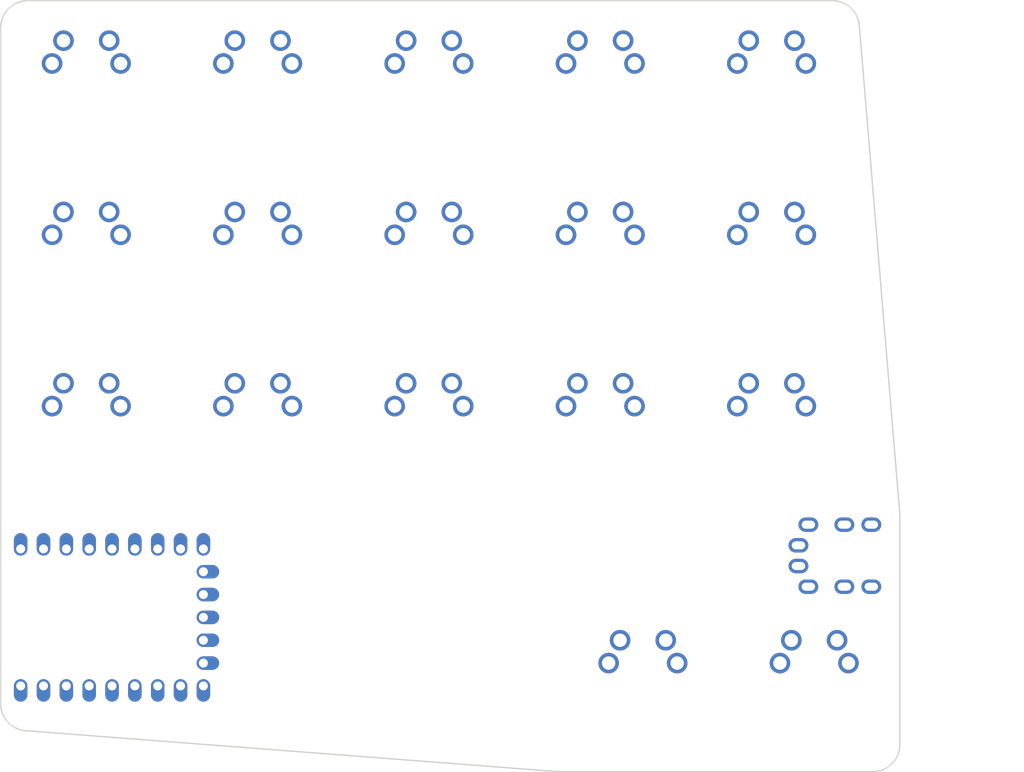
<source format=kicad_pcb>

            
(kicad_pcb (version 20171130) (host pcbnew 5.1.6)

  (page A3)
  (title_block
    (title risha-mx)
    (rev v1.0.0)
    (company Unknown)
  )

  (general
    (thickness 1.6)
  )

  (layers
    (0 F.Cu signal)
    (31 B.Cu signal)
    (32 B.Adhes user)
    (33 F.Adhes user)
    (34 B.Paste user)
    (35 F.Paste user)
    (36 B.SilkS user)
    (37 F.SilkS user)
    (38 B.Mask user)
    (39 F.Mask user)
    (40 Dwgs.User user)
    (41 Cmts.User user)
    (42 Eco1.User user)
    (43 Eco2.User user)
    (44 Edge.Cuts user)
    (45 Margin user)
    (46 B.CrtYd user)
    (47 F.CrtYd user)
    (48 B.Fab user)
    (49 F.Fab user)
  )

  (setup
    (last_trace_width 0.25)
    (trace_clearance 0.2)
    (zone_clearance 0.508)
    (zone_45_only no)
    (trace_min 0.2)
    (via_size 0.8)
    (via_drill 0.4)
    (via_min_size 0.4)
    (via_min_drill 0.3)
    (uvia_size 0.3)
    (uvia_drill 0.1)
    (uvias_allowed no)
    (uvia_min_size 0.2)
    (uvia_min_drill 0.1)
    (edge_width 0.05)
    (segment_width 0.2)
    (pcb_text_width 0.3)
    (pcb_text_size 1.5 1.5)
    (mod_edge_width 0.12)
    (mod_text_size 1 1)
    (mod_text_width 0.15)
    (pad_size 1.524 1.524)
    (pad_drill 0.762)
    (pad_to_mask_clearance 0.05)
    (aux_axis_origin 0 0)
    (visible_elements FFFFFF7F)
    (pcbplotparams
      (layerselection 0x010fc_ffffffff)
      (usegerberextensions false)
      (usegerberattributes true)
      (usegerberadvancedattributes true)
      (creategerberjobfile true)
      (excludeedgelayer true)
      (linewidth 0.100000)
      (plotframeref false)
      (viasonmask false)
      (mode 1)
      (useauxorigin false)
      (hpglpennumber 1)
      (hpglpenspeed 20)
      (hpglpendiameter 15.000000)
      (psnegative false)
      (psa4output false)
      (plotreference true)
      (plotvalue true)
      (plotinvisibletext false)
      (padsonsilk false)
      (subtractmaskfromsilk false)
      (outputformat 1)
      (mirror false)
      (drillshape 1)
      (scaleselection 1)
      (outputdirectory ""))
  )

            (net 0 "")
(net 1 "matrix_pinky_bottom")
(net 2 "GND")
(net 3 "matrix_pinky_home")
(net 4 "matrix_pinky_top")
(net 5 "matrix_ring_bottom")
(net 6 "matrix_ring_home")
(net 7 "matrix_ring_top")
(net 8 "matrix_middle_bottom")
(net 9 "matrix_middle_home")
(net 10 "matrix_middle_top")
(net 11 "matrix_index_bottom")
(net 12 "matrix_index_home")
(net 13 "matrix_index_top")
(net 14 "matrix_inner_bottom")
(net 15 "matrix_inner_home")
(net 16 "matrix_inner_top")
(net 17 "thumbfan_near_home")
(net 18 "thumbfan_far_home")
(net 19 "GP8")
(net 20 "GP9")
(net 21 "GP29")
(net 22 "3V3")
(net 23 "5V")
            
  (net_class Default "This is the default net class."
    (clearance 0.2)
    (trace_width 0.25)
    (via_dia 0.8)
    (via_drill 0.4)
    (uvia_dia 0.3)
    (uvia_drill 0.1)
    (add_net "")
(add_net "matrix_pinky_bottom")
(add_net "GND")
(add_net "matrix_pinky_home")
(add_net "matrix_pinky_top")
(add_net "matrix_ring_bottom")
(add_net "matrix_ring_home")
(add_net "matrix_ring_top")
(add_net "matrix_middle_bottom")
(add_net "matrix_middle_home")
(add_net "matrix_middle_top")
(add_net "matrix_index_bottom")
(add_net "matrix_index_home")
(add_net "matrix_index_top")
(add_net "matrix_inner_bottom")
(add_net "matrix_inner_home")
(add_net "matrix_inner_top")
(add_net "thumbfan_near_home")
(add_net "thumbfan_far_home")
(add_net "GP8")
(add_net "GP9")
(add_net "GP29")
(add_net "3V3")
(add_net "5V")
  )

            
        
      (module MX (layer F.Cu) (tedit 5DD4F656)
      (at 152.4 152.4 0)

      
      (fp_text reference "S1" (at 0 0) (layer F.SilkS) hide (effects (font (size 1.27 1.27) (thickness 0.15))))
      (fp_text value "" (at 0 0) (layer F.SilkS) hide (effects (font (size 1.27 1.27) (thickness 0.15))))

      
      (fp_line (start -7 -6) (end -7 -7) (layer Dwgs.User) (width 0.15))
      (fp_line (start -7 7) (end -6 7) (layer Dwgs.User) (width 0.15))
      (fp_line (start -6 -7) (end -7 -7) (layer Dwgs.User) (width 0.15))
      (fp_line (start -7 7) (end -7 6) (layer Dwgs.User) (width 0.15))
      (fp_line (start 7 6) (end 7 7) (layer Dwgs.User) (width 0.15))
      (fp_line (start 7 -7) (end 6 -7) (layer Dwgs.User) (width 0.15))
      (fp_line (start 6 7) (end 7 7) (layer Dwgs.User) (width 0.15))
      (fp_line (start 7 -7) (end 7 -6) (layer Dwgs.User) (width 0.15))
    
      
      (pad "" np_thru_hole circle (at 0 0) (size 3.9878 3.9878) (drill 3.9878) (layers *.Cu *.Mask))

      
      (pad "" np_thru_hole circle (at 5.08 0) (size 1.7018 1.7018) (drill 1.7018) (layers *.Cu *.Mask))
      (pad "" np_thru_hole circle (at -5.08 0) (size 1.7018 1.7018) (drill 1.7018) (layers *.Cu *.Mask))
      
        
      
      (fp_line (start -9.5 -9.5) (end 9.5 -9.5) (layer Dwgs.User) (width 0.15))
      (fp_line (start 9.5 -9.5) (end 9.5 9.5) (layer Dwgs.User) (width 0.15))
      (fp_line (start 9.5 9.5) (end -9.5 9.5) (layer Dwgs.User) (width 0.15))
      (fp_line (start -9.5 9.5) (end -9.5 -9.5) (layer Dwgs.User) (width 0.15))
      
        
            
            (pad 1 thru_hole circle (at 2.54 -5.08) (size 2.286 2.286) (drill 1.4986) (layers *.Cu *.Mask) (net 1 "matrix_pinky_bottom"))
            (pad 2 thru_hole circle (at -3.81 -2.54) (size 2.286 2.286) (drill 1.4986) (layers *.Cu *.Mask) (net 2 "GND"))
          
        
            
            (pad 1 thru_hole circle (at -2.54 -5.08) (size 2.286 2.286) (drill 1.4986) (layers *.Cu *.Mask) (net 1 "matrix_pinky_bottom"))
            (pad 2 thru_hole circle (at 3.81 -2.54) (size 2.286 2.286) (drill 1.4986) (layers *.Cu *.Mask) (net 2 "GND"))
          )
        

        
      (module MX (layer F.Cu) (tedit 5DD4F656)
      (at 152.4 133.35 0)

      
      (fp_text reference "S2" (at 0 0) (layer F.SilkS) hide (effects (font (size 1.27 1.27) (thickness 0.15))))
      (fp_text value "" (at 0 0) (layer F.SilkS) hide (effects (font (size 1.27 1.27) (thickness 0.15))))

      
      (fp_line (start -7 -6) (end -7 -7) (layer Dwgs.User) (width 0.15))
      (fp_line (start -7 7) (end -6 7) (layer Dwgs.User) (width 0.15))
      (fp_line (start -6 -7) (end -7 -7) (layer Dwgs.User) (width 0.15))
      (fp_line (start -7 7) (end -7 6) (layer Dwgs.User) (width 0.15))
      (fp_line (start 7 6) (end 7 7) (layer Dwgs.User) (width 0.15))
      (fp_line (start 7 -7) (end 6 -7) (layer Dwgs.User) (width 0.15))
      (fp_line (start 6 7) (end 7 7) (layer Dwgs.User) (width 0.15))
      (fp_line (start 7 -7) (end 7 -6) (layer Dwgs.User) (width 0.15))
    
      
      (pad "" np_thru_hole circle (at 0 0) (size 3.9878 3.9878) (drill 3.9878) (layers *.Cu *.Mask))

      
      (pad "" np_thru_hole circle (at 5.08 0) (size 1.7018 1.7018) (drill 1.7018) (layers *.Cu *.Mask))
      (pad "" np_thru_hole circle (at -5.08 0) (size 1.7018 1.7018) (drill 1.7018) (layers *.Cu *.Mask))
      
        
      
      (fp_line (start -9.5 -9.5) (end 9.5 -9.5) (layer Dwgs.User) (width 0.15))
      (fp_line (start 9.5 -9.5) (end 9.5 9.5) (layer Dwgs.User) (width 0.15))
      (fp_line (start 9.5 9.5) (end -9.5 9.5) (layer Dwgs.User) (width 0.15))
      (fp_line (start -9.5 9.5) (end -9.5 -9.5) (layer Dwgs.User) (width 0.15))
      
        
            
            (pad 1 thru_hole circle (at 2.54 -5.08) (size 2.286 2.286) (drill 1.4986) (layers *.Cu *.Mask) (net 3 "matrix_pinky_home"))
            (pad 2 thru_hole circle (at -3.81 -2.54) (size 2.286 2.286) (drill 1.4986) (layers *.Cu *.Mask) (net 2 "GND"))
          
        
            
            (pad 1 thru_hole circle (at -2.54 -5.08) (size 2.286 2.286) (drill 1.4986) (layers *.Cu *.Mask) (net 3 "matrix_pinky_home"))
            (pad 2 thru_hole circle (at 3.81 -2.54) (size 2.286 2.286) (drill 1.4986) (layers *.Cu *.Mask) (net 2 "GND"))
          )
        

        
      (module MX (layer F.Cu) (tedit 5DD4F656)
      (at 152.4 114.3 0)

      
      (fp_text reference "S3" (at 0 0) (layer F.SilkS) hide (effects (font (size 1.27 1.27) (thickness 0.15))))
      (fp_text value "" (at 0 0) (layer F.SilkS) hide (effects (font (size 1.27 1.27) (thickness 0.15))))

      
      (fp_line (start -7 -6) (end -7 -7) (layer Dwgs.User) (width 0.15))
      (fp_line (start -7 7) (end -6 7) (layer Dwgs.User) (width 0.15))
      (fp_line (start -6 -7) (end -7 -7) (layer Dwgs.User) (width 0.15))
      (fp_line (start -7 7) (end -7 6) (layer Dwgs.User) (width 0.15))
      (fp_line (start 7 6) (end 7 7) (layer Dwgs.User) (width 0.15))
      (fp_line (start 7 -7) (end 6 -7) (layer Dwgs.User) (width 0.15))
      (fp_line (start 6 7) (end 7 7) (layer Dwgs.User) (width 0.15))
      (fp_line (start 7 -7) (end 7 -6) (layer Dwgs.User) (width 0.15))
    
      
      (pad "" np_thru_hole circle (at 0 0) (size 3.9878 3.9878) (drill 3.9878) (layers *.Cu *.Mask))

      
      (pad "" np_thru_hole circle (at 5.08 0) (size 1.7018 1.7018) (drill 1.7018) (layers *.Cu *.Mask))
      (pad "" np_thru_hole circle (at -5.08 0) (size 1.7018 1.7018) (drill 1.7018) (layers *.Cu *.Mask))
      
        
      
      (fp_line (start -9.5 -9.5) (end 9.5 -9.5) (layer Dwgs.User) (width 0.15))
      (fp_line (start 9.5 -9.5) (end 9.5 9.5) (layer Dwgs.User) (width 0.15))
      (fp_line (start 9.5 9.5) (end -9.5 9.5) (layer Dwgs.User) (width 0.15))
      (fp_line (start -9.5 9.5) (end -9.5 -9.5) (layer Dwgs.User) (width 0.15))
      
        
            
            (pad 1 thru_hole circle (at 2.54 -5.08) (size 2.286 2.286) (drill 1.4986) (layers *.Cu *.Mask) (net 4 "matrix_pinky_top"))
            (pad 2 thru_hole circle (at -3.81 -2.54) (size 2.286 2.286) (drill 1.4986) (layers *.Cu *.Mask) (net 2 "GND"))
          
        
            
            (pad 1 thru_hole circle (at -2.54 -5.08) (size 2.286 2.286) (drill 1.4986) (layers *.Cu *.Mask) (net 4 "matrix_pinky_top"))
            (pad 2 thru_hole circle (at 3.81 -2.54) (size 2.286 2.286) (drill 1.4986) (layers *.Cu *.Mask) (net 2 "GND"))
          )
        

        
      (module MX (layer F.Cu) (tedit 5DD4F656)
      (at 171.45000000000002 152.4 0)

      
      (fp_text reference "S4" (at 0 0) (layer F.SilkS) hide (effects (font (size 1.27 1.27) (thickness 0.15))))
      (fp_text value "" (at 0 0) (layer F.SilkS) hide (effects (font (size 1.27 1.27) (thickness 0.15))))

      
      (fp_line (start -7 -6) (end -7 -7) (layer Dwgs.User) (width 0.15))
      (fp_line (start -7 7) (end -6 7) (layer Dwgs.User) (width 0.15))
      (fp_line (start -6 -7) (end -7 -7) (layer Dwgs.User) (width 0.15))
      (fp_line (start -7 7) (end -7 6) (layer Dwgs.User) (width 0.15))
      (fp_line (start 7 6) (end 7 7) (layer Dwgs.User) (width 0.15))
      (fp_line (start 7 -7) (end 6 -7) (layer Dwgs.User) (width 0.15))
      (fp_line (start 6 7) (end 7 7) (layer Dwgs.User) (width 0.15))
      (fp_line (start 7 -7) (end 7 -6) (layer Dwgs.User) (width 0.15))
    
      
      (pad "" np_thru_hole circle (at 0 0) (size 3.9878 3.9878) (drill 3.9878) (layers *.Cu *.Mask))

      
      (pad "" np_thru_hole circle (at 5.08 0) (size 1.7018 1.7018) (drill 1.7018) (layers *.Cu *.Mask))
      (pad "" np_thru_hole circle (at -5.08 0) (size 1.7018 1.7018) (drill 1.7018) (layers *.Cu *.Mask))
      
        
      
      (fp_line (start -9.5 -9.5) (end 9.5 -9.5) (layer Dwgs.User) (width 0.15))
      (fp_line (start 9.5 -9.5) (end 9.5 9.5) (layer Dwgs.User) (width 0.15))
      (fp_line (start 9.5 9.5) (end -9.5 9.5) (layer Dwgs.User) (width 0.15))
      (fp_line (start -9.5 9.5) (end -9.5 -9.5) (layer Dwgs.User) (width 0.15))
      
        
            
            (pad 1 thru_hole circle (at 2.54 -5.08) (size 2.286 2.286) (drill 1.4986) (layers *.Cu *.Mask) (net 5 "matrix_ring_bottom"))
            (pad 2 thru_hole circle (at -3.81 -2.54) (size 2.286 2.286) (drill 1.4986) (layers *.Cu *.Mask) (net 2 "GND"))
          
        
            
            (pad 1 thru_hole circle (at -2.54 -5.08) (size 2.286 2.286) (drill 1.4986) (layers *.Cu *.Mask) (net 5 "matrix_ring_bottom"))
            (pad 2 thru_hole circle (at 3.81 -2.54) (size 2.286 2.286) (drill 1.4986) (layers *.Cu *.Mask) (net 2 "GND"))
          )
        

        
      (module MX (layer F.Cu) (tedit 5DD4F656)
      (at 171.45000000000002 133.35 0)

      
      (fp_text reference "S5" (at 0 0) (layer F.SilkS) hide (effects (font (size 1.27 1.27) (thickness 0.15))))
      (fp_text value "" (at 0 0) (layer F.SilkS) hide (effects (font (size 1.27 1.27) (thickness 0.15))))

      
      (fp_line (start -7 -6) (end -7 -7) (layer Dwgs.User) (width 0.15))
      (fp_line (start -7 7) (end -6 7) (layer Dwgs.User) (width 0.15))
      (fp_line (start -6 -7) (end -7 -7) (layer Dwgs.User) (width 0.15))
      (fp_line (start -7 7) (end -7 6) (layer Dwgs.User) (width 0.15))
      (fp_line (start 7 6) (end 7 7) (layer Dwgs.User) (width 0.15))
      (fp_line (start 7 -7) (end 6 -7) (layer Dwgs.User) (width 0.15))
      (fp_line (start 6 7) (end 7 7) (layer Dwgs.User) (width 0.15))
      (fp_line (start 7 -7) (end 7 -6) (layer Dwgs.User) (width 0.15))
    
      
      (pad "" np_thru_hole circle (at 0 0) (size 3.9878 3.9878) (drill 3.9878) (layers *.Cu *.Mask))

      
      (pad "" np_thru_hole circle (at 5.08 0) (size 1.7018 1.7018) (drill 1.7018) (layers *.Cu *.Mask))
      (pad "" np_thru_hole circle (at -5.08 0) (size 1.7018 1.7018) (drill 1.7018) (layers *.Cu *.Mask))
      
        
      
      (fp_line (start -9.5 -9.5) (end 9.5 -9.5) (layer Dwgs.User) (width 0.15))
      (fp_line (start 9.5 -9.5) (end 9.5 9.5) (layer Dwgs.User) (width 0.15))
      (fp_line (start 9.5 9.5) (end -9.5 9.5) (layer Dwgs.User) (width 0.15))
      (fp_line (start -9.5 9.5) (end -9.5 -9.5) (layer Dwgs.User) (width 0.15))
      
        
            
            (pad 1 thru_hole circle (at 2.54 -5.08) (size 2.286 2.286) (drill 1.4986) (layers *.Cu *.Mask) (net 6 "matrix_ring_home"))
            (pad 2 thru_hole circle (at -3.81 -2.54) (size 2.286 2.286) (drill 1.4986) (layers *.Cu *.Mask) (net 2 "GND"))
          
        
            
            (pad 1 thru_hole circle (at -2.54 -5.08) (size 2.286 2.286) (drill 1.4986) (layers *.Cu *.Mask) (net 6 "matrix_ring_home"))
            (pad 2 thru_hole circle (at 3.81 -2.54) (size 2.286 2.286) (drill 1.4986) (layers *.Cu *.Mask) (net 2 "GND"))
          )
        

        
      (module MX (layer F.Cu) (tedit 5DD4F656)
      (at 171.45000000000002 114.3 0)

      
      (fp_text reference "S6" (at 0 0) (layer F.SilkS) hide (effects (font (size 1.27 1.27) (thickness 0.15))))
      (fp_text value "" (at 0 0) (layer F.SilkS) hide (effects (font (size 1.27 1.27) (thickness 0.15))))

      
      (fp_line (start -7 -6) (end -7 -7) (layer Dwgs.User) (width 0.15))
      (fp_line (start -7 7) (end -6 7) (layer Dwgs.User) (width 0.15))
      (fp_line (start -6 -7) (end -7 -7) (layer Dwgs.User) (width 0.15))
      (fp_line (start -7 7) (end -7 6) (layer Dwgs.User) (width 0.15))
      (fp_line (start 7 6) (end 7 7) (layer Dwgs.User) (width 0.15))
      (fp_line (start 7 -7) (end 6 -7) (layer Dwgs.User) (width 0.15))
      (fp_line (start 6 7) (end 7 7) (layer Dwgs.User) (width 0.15))
      (fp_line (start 7 -7) (end 7 -6) (layer Dwgs.User) (width 0.15))
    
      
      (pad "" np_thru_hole circle (at 0 0) (size 3.9878 3.9878) (drill 3.9878) (layers *.Cu *.Mask))

      
      (pad "" np_thru_hole circle (at 5.08 0) (size 1.7018 1.7018) (drill 1.7018) (layers *.Cu *.Mask))
      (pad "" np_thru_hole circle (at -5.08 0) (size 1.7018 1.7018) (drill 1.7018) (layers *.Cu *.Mask))
      
        
      
      (fp_line (start -9.5 -9.5) (end 9.5 -9.5) (layer Dwgs.User) (width 0.15))
      (fp_line (start 9.5 -9.5) (end 9.5 9.5) (layer Dwgs.User) (width 0.15))
      (fp_line (start 9.5 9.5) (end -9.5 9.5) (layer Dwgs.User) (width 0.15))
      (fp_line (start -9.5 9.5) (end -9.5 -9.5) (layer Dwgs.User) (width 0.15))
      
        
            
            (pad 1 thru_hole circle (at 2.54 -5.08) (size 2.286 2.286) (drill 1.4986) (layers *.Cu *.Mask) (net 7 "matrix_ring_top"))
            (pad 2 thru_hole circle (at -3.81 -2.54) (size 2.286 2.286) (drill 1.4986) (layers *.Cu *.Mask) (net 2 "GND"))
          
        
            
            (pad 1 thru_hole circle (at -2.54 -5.08) (size 2.286 2.286) (drill 1.4986) (layers *.Cu *.Mask) (net 7 "matrix_ring_top"))
            (pad 2 thru_hole circle (at 3.81 -2.54) (size 2.286 2.286) (drill 1.4986) (layers *.Cu *.Mask) (net 2 "GND"))
          )
        

        
      (module MX (layer F.Cu) (tedit 5DD4F656)
      (at 190.5 152.4 0)

      
      (fp_text reference "S7" (at 0 0) (layer F.SilkS) hide (effects (font (size 1.27 1.27) (thickness 0.15))))
      (fp_text value "" (at 0 0) (layer F.SilkS) hide (effects (font (size 1.27 1.27) (thickness 0.15))))

      
      (fp_line (start -7 -6) (end -7 -7) (layer Dwgs.User) (width 0.15))
      (fp_line (start -7 7) (end -6 7) (layer Dwgs.User) (width 0.15))
      (fp_line (start -6 -7) (end -7 -7) (layer Dwgs.User) (width 0.15))
      (fp_line (start -7 7) (end -7 6) (layer Dwgs.User) (width 0.15))
      (fp_line (start 7 6) (end 7 7) (layer Dwgs.User) (width 0.15))
      (fp_line (start 7 -7) (end 6 -7) (layer Dwgs.User) (width 0.15))
      (fp_line (start 6 7) (end 7 7) (layer Dwgs.User) (width 0.15))
      (fp_line (start 7 -7) (end 7 -6) (layer Dwgs.User) (width 0.15))
    
      
      (pad "" np_thru_hole circle (at 0 0) (size 3.9878 3.9878) (drill 3.9878) (layers *.Cu *.Mask))

      
      (pad "" np_thru_hole circle (at 5.08 0) (size 1.7018 1.7018) (drill 1.7018) (layers *.Cu *.Mask))
      (pad "" np_thru_hole circle (at -5.08 0) (size 1.7018 1.7018) (drill 1.7018) (layers *.Cu *.Mask))
      
        
      
      (fp_line (start -9.5 -9.5) (end 9.5 -9.5) (layer Dwgs.User) (width 0.15))
      (fp_line (start 9.5 -9.5) (end 9.5 9.5) (layer Dwgs.User) (width 0.15))
      (fp_line (start 9.5 9.5) (end -9.5 9.5) (layer Dwgs.User) (width 0.15))
      (fp_line (start -9.5 9.5) (end -9.5 -9.5) (layer Dwgs.User) (width 0.15))
      
        
            
            (pad 1 thru_hole circle (at 2.54 -5.08) (size 2.286 2.286) (drill 1.4986) (layers *.Cu *.Mask) (net 8 "matrix_middle_bottom"))
            (pad 2 thru_hole circle (at -3.81 -2.54) (size 2.286 2.286) (drill 1.4986) (layers *.Cu *.Mask) (net 2 "GND"))
          
        
            
            (pad 1 thru_hole circle (at -2.54 -5.08) (size 2.286 2.286) (drill 1.4986) (layers *.Cu *.Mask) (net 8 "matrix_middle_bottom"))
            (pad 2 thru_hole circle (at 3.81 -2.54) (size 2.286 2.286) (drill 1.4986) (layers *.Cu *.Mask) (net 2 "GND"))
          )
        

        
      (module MX (layer F.Cu) (tedit 5DD4F656)
      (at 190.5 133.35 0)

      
      (fp_text reference "S8" (at 0 0) (layer F.SilkS) hide (effects (font (size 1.27 1.27) (thickness 0.15))))
      (fp_text value "" (at 0 0) (layer F.SilkS) hide (effects (font (size 1.27 1.27) (thickness 0.15))))

      
      (fp_line (start -7 -6) (end -7 -7) (layer Dwgs.User) (width 0.15))
      (fp_line (start -7 7) (end -6 7) (layer Dwgs.User) (width 0.15))
      (fp_line (start -6 -7) (end -7 -7) (layer Dwgs.User) (width 0.15))
      (fp_line (start -7 7) (end -7 6) (layer Dwgs.User) (width 0.15))
      (fp_line (start 7 6) (end 7 7) (layer Dwgs.User) (width 0.15))
      (fp_line (start 7 -7) (end 6 -7) (layer Dwgs.User) (width 0.15))
      (fp_line (start 6 7) (end 7 7) (layer Dwgs.User) (width 0.15))
      (fp_line (start 7 -7) (end 7 -6) (layer Dwgs.User) (width 0.15))
    
      
      (pad "" np_thru_hole circle (at 0 0) (size 3.9878 3.9878) (drill 3.9878) (layers *.Cu *.Mask))

      
      (pad "" np_thru_hole circle (at 5.08 0) (size 1.7018 1.7018) (drill 1.7018) (layers *.Cu *.Mask))
      (pad "" np_thru_hole circle (at -5.08 0) (size 1.7018 1.7018) (drill 1.7018) (layers *.Cu *.Mask))
      
        
      
      (fp_line (start -9.5 -9.5) (end 9.5 -9.5) (layer Dwgs.User) (width 0.15))
      (fp_line (start 9.5 -9.5) (end 9.5 9.5) (layer Dwgs.User) (width 0.15))
      (fp_line (start 9.5 9.5) (end -9.5 9.5) (layer Dwgs.User) (width 0.15))
      (fp_line (start -9.5 9.5) (end -9.5 -9.5) (layer Dwgs.User) (width 0.15))
      
        
            
            (pad 1 thru_hole circle (at 2.54 -5.08) (size 2.286 2.286) (drill 1.4986) (layers *.Cu *.Mask) (net 9 "matrix_middle_home"))
            (pad 2 thru_hole circle (at -3.81 -2.54) (size 2.286 2.286) (drill 1.4986) (layers *.Cu *.Mask) (net 2 "GND"))
          
        
            
            (pad 1 thru_hole circle (at -2.54 -5.08) (size 2.286 2.286) (drill 1.4986) (layers *.Cu *.Mask) (net 9 "matrix_middle_home"))
            (pad 2 thru_hole circle (at 3.81 -2.54) (size 2.286 2.286) (drill 1.4986) (layers *.Cu *.Mask) (net 2 "GND"))
          )
        

        
      (module MX (layer F.Cu) (tedit 5DD4F656)
      (at 190.5 114.3 0)

      
      (fp_text reference "S9" (at 0 0) (layer F.SilkS) hide (effects (font (size 1.27 1.27) (thickness 0.15))))
      (fp_text value "" (at 0 0) (layer F.SilkS) hide (effects (font (size 1.27 1.27) (thickness 0.15))))

      
      (fp_line (start -7 -6) (end -7 -7) (layer Dwgs.User) (width 0.15))
      (fp_line (start -7 7) (end -6 7) (layer Dwgs.User) (width 0.15))
      (fp_line (start -6 -7) (end -7 -7) (layer Dwgs.User) (width 0.15))
      (fp_line (start -7 7) (end -7 6) (layer Dwgs.User) (width 0.15))
      (fp_line (start 7 6) (end 7 7) (layer Dwgs.User) (width 0.15))
      (fp_line (start 7 -7) (end 6 -7) (layer Dwgs.User) (width 0.15))
      (fp_line (start 6 7) (end 7 7) (layer Dwgs.User) (width 0.15))
      (fp_line (start 7 -7) (end 7 -6) (layer Dwgs.User) (width 0.15))
    
      
      (pad "" np_thru_hole circle (at 0 0) (size 3.9878 3.9878) (drill 3.9878) (layers *.Cu *.Mask))

      
      (pad "" np_thru_hole circle (at 5.08 0) (size 1.7018 1.7018) (drill 1.7018) (layers *.Cu *.Mask))
      (pad "" np_thru_hole circle (at -5.08 0) (size 1.7018 1.7018) (drill 1.7018) (layers *.Cu *.Mask))
      
        
      
      (fp_line (start -9.5 -9.5) (end 9.5 -9.5) (layer Dwgs.User) (width 0.15))
      (fp_line (start 9.5 -9.5) (end 9.5 9.5) (layer Dwgs.User) (width 0.15))
      (fp_line (start 9.5 9.5) (end -9.5 9.5) (layer Dwgs.User) (width 0.15))
      (fp_line (start -9.5 9.5) (end -9.5 -9.5) (layer Dwgs.User) (width 0.15))
      
        
            
            (pad 1 thru_hole circle (at 2.54 -5.08) (size 2.286 2.286) (drill 1.4986) (layers *.Cu *.Mask) (net 10 "matrix_middle_top"))
            (pad 2 thru_hole circle (at -3.81 -2.54) (size 2.286 2.286) (drill 1.4986) (layers *.Cu *.Mask) (net 2 "GND"))
          
        
            
            (pad 1 thru_hole circle (at -2.54 -5.08) (size 2.286 2.286) (drill 1.4986) (layers *.Cu *.Mask) (net 10 "matrix_middle_top"))
            (pad 2 thru_hole circle (at 3.81 -2.54) (size 2.286 2.286) (drill 1.4986) (layers *.Cu *.Mask) (net 2 "GND"))
          )
        

        
      (module MX (layer F.Cu) (tedit 5DD4F656)
      (at 209.55 152.4 0)

      
      (fp_text reference "S10" (at 0 0) (layer F.SilkS) hide (effects (font (size 1.27 1.27) (thickness 0.15))))
      (fp_text value "" (at 0 0) (layer F.SilkS) hide (effects (font (size 1.27 1.27) (thickness 0.15))))

      
      (fp_line (start -7 -6) (end -7 -7) (layer Dwgs.User) (width 0.15))
      (fp_line (start -7 7) (end -6 7) (layer Dwgs.User) (width 0.15))
      (fp_line (start -6 -7) (end -7 -7) (layer Dwgs.User) (width 0.15))
      (fp_line (start -7 7) (end -7 6) (layer Dwgs.User) (width 0.15))
      (fp_line (start 7 6) (end 7 7) (layer Dwgs.User) (width 0.15))
      (fp_line (start 7 -7) (end 6 -7) (layer Dwgs.User) (width 0.15))
      (fp_line (start 6 7) (end 7 7) (layer Dwgs.User) (width 0.15))
      (fp_line (start 7 -7) (end 7 -6) (layer Dwgs.User) (width 0.15))
    
      
      (pad "" np_thru_hole circle (at 0 0) (size 3.9878 3.9878) (drill 3.9878) (layers *.Cu *.Mask))

      
      (pad "" np_thru_hole circle (at 5.08 0) (size 1.7018 1.7018) (drill 1.7018) (layers *.Cu *.Mask))
      (pad "" np_thru_hole circle (at -5.08 0) (size 1.7018 1.7018) (drill 1.7018) (layers *.Cu *.Mask))
      
        
      
      (fp_line (start -9.5 -9.5) (end 9.5 -9.5) (layer Dwgs.User) (width 0.15))
      (fp_line (start 9.5 -9.5) (end 9.5 9.5) (layer Dwgs.User) (width 0.15))
      (fp_line (start 9.5 9.5) (end -9.5 9.5) (layer Dwgs.User) (width 0.15))
      (fp_line (start -9.5 9.5) (end -9.5 -9.5) (layer Dwgs.User) (width 0.15))
      
        
            
            (pad 1 thru_hole circle (at 2.54 -5.08) (size 2.286 2.286) (drill 1.4986) (layers *.Cu *.Mask) (net 11 "matrix_index_bottom"))
            (pad 2 thru_hole circle (at -3.81 -2.54) (size 2.286 2.286) (drill 1.4986) (layers *.Cu *.Mask) (net 2 "GND"))
          
        
            
            (pad 1 thru_hole circle (at -2.54 -5.08) (size 2.286 2.286) (drill 1.4986) (layers *.Cu *.Mask) (net 11 "matrix_index_bottom"))
            (pad 2 thru_hole circle (at 3.81 -2.54) (size 2.286 2.286) (drill 1.4986) (layers *.Cu *.Mask) (net 2 "GND"))
          )
        

        
      (module MX (layer F.Cu) (tedit 5DD4F656)
      (at 209.55 133.35 0)

      
      (fp_text reference "S11" (at 0 0) (layer F.SilkS) hide (effects (font (size 1.27 1.27) (thickness 0.15))))
      (fp_text value "" (at 0 0) (layer F.SilkS) hide (effects (font (size 1.27 1.27) (thickness 0.15))))

      
      (fp_line (start -7 -6) (end -7 -7) (layer Dwgs.User) (width 0.15))
      (fp_line (start -7 7) (end -6 7) (layer Dwgs.User) (width 0.15))
      (fp_line (start -6 -7) (end -7 -7) (layer Dwgs.User) (width 0.15))
      (fp_line (start -7 7) (end -7 6) (layer Dwgs.User) (width 0.15))
      (fp_line (start 7 6) (end 7 7) (layer Dwgs.User) (width 0.15))
      (fp_line (start 7 -7) (end 6 -7) (layer Dwgs.User) (width 0.15))
      (fp_line (start 6 7) (end 7 7) (layer Dwgs.User) (width 0.15))
      (fp_line (start 7 -7) (end 7 -6) (layer Dwgs.User) (width 0.15))
    
      
      (pad "" np_thru_hole circle (at 0 0) (size 3.9878 3.9878) (drill 3.9878) (layers *.Cu *.Mask))

      
      (pad "" np_thru_hole circle (at 5.08 0) (size 1.7018 1.7018) (drill 1.7018) (layers *.Cu *.Mask))
      (pad "" np_thru_hole circle (at -5.08 0) (size 1.7018 1.7018) (drill 1.7018) (layers *.Cu *.Mask))
      
        
      
      (fp_line (start -9.5 -9.5) (end 9.5 -9.5) (layer Dwgs.User) (width 0.15))
      (fp_line (start 9.5 -9.5) (end 9.5 9.5) (layer Dwgs.User) (width 0.15))
      (fp_line (start 9.5 9.5) (end -9.5 9.5) (layer Dwgs.User) (width 0.15))
      (fp_line (start -9.5 9.5) (end -9.5 -9.5) (layer Dwgs.User) (width 0.15))
      
        
            
            (pad 1 thru_hole circle (at 2.54 -5.08) (size 2.286 2.286) (drill 1.4986) (layers *.Cu *.Mask) (net 12 "matrix_index_home"))
            (pad 2 thru_hole circle (at -3.81 -2.54) (size 2.286 2.286) (drill 1.4986) (layers *.Cu *.Mask) (net 2 "GND"))
          
        
            
            (pad 1 thru_hole circle (at -2.54 -5.08) (size 2.286 2.286) (drill 1.4986) (layers *.Cu *.Mask) (net 12 "matrix_index_home"))
            (pad 2 thru_hole circle (at 3.81 -2.54) (size 2.286 2.286) (drill 1.4986) (layers *.Cu *.Mask) (net 2 "GND"))
          )
        

        
      (module MX (layer F.Cu) (tedit 5DD4F656)
      (at 209.55 114.3 0)

      
      (fp_text reference "S12" (at 0 0) (layer F.SilkS) hide (effects (font (size 1.27 1.27) (thickness 0.15))))
      (fp_text value "" (at 0 0) (layer F.SilkS) hide (effects (font (size 1.27 1.27) (thickness 0.15))))

      
      (fp_line (start -7 -6) (end -7 -7) (layer Dwgs.User) (width 0.15))
      (fp_line (start -7 7) (end -6 7) (layer Dwgs.User) (width 0.15))
      (fp_line (start -6 -7) (end -7 -7) (layer Dwgs.User) (width 0.15))
      (fp_line (start -7 7) (end -7 6) (layer Dwgs.User) (width 0.15))
      (fp_line (start 7 6) (end 7 7) (layer Dwgs.User) (width 0.15))
      (fp_line (start 7 -7) (end 6 -7) (layer Dwgs.User) (width 0.15))
      (fp_line (start 6 7) (end 7 7) (layer Dwgs.User) (width 0.15))
      (fp_line (start 7 -7) (end 7 -6) (layer Dwgs.User) (width 0.15))
    
      
      (pad "" np_thru_hole circle (at 0 0) (size 3.9878 3.9878) (drill 3.9878) (layers *.Cu *.Mask))

      
      (pad "" np_thru_hole circle (at 5.08 0) (size 1.7018 1.7018) (drill 1.7018) (layers *.Cu *.Mask))
      (pad "" np_thru_hole circle (at -5.08 0) (size 1.7018 1.7018) (drill 1.7018) (layers *.Cu *.Mask))
      
        
      
      (fp_line (start -9.5 -9.5) (end 9.5 -9.5) (layer Dwgs.User) (width 0.15))
      (fp_line (start 9.5 -9.5) (end 9.5 9.5) (layer Dwgs.User) (width 0.15))
      (fp_line (start 9.5 9.5) (end -9.5 9.5) (layer Dwgs.User) (width 0.15))
      (fp_line (start -9.5 9.5) (end -9.5 -9.5) (layer Dwgs.User) (width 0.15))
      
        
            
            (pad 1 thru_hole circle (at 2.54 -5.08) (size 2.286 2.286) (drill 1.4986) (layers *.Cu *.Mask) (net 13 "matrix_index_top"))
            (pad 2 thru_hole circle (at -3.81 -2.54) (size 2.286 2.286) (drill 1.4986) (layers *.Cu *.Mask) (net 2 "GND"))
          
        
            
            (pad 1 thru_hole circle (at -2.54 -5.08) (size 2.286 2.286) (drill 1.4986) (layers *.Cu *.Mask) (net 13 "matrix_index_top"))
            (pad 2 thru_hole circle (at 3.81 -2.54) (size 2.286 2.286) (drill 1.4986) (layers *.Cu *.Mask) (net 2 "GND"))
          )
        

        
      (module MX (layer F.Cu) (tedit 5DD4F656)
      (at 228.60000000000002 152.4 0)

      
      (fp_text reference "S13" (at 0 0) (layer F.SilkS) hide (effects (font (size 1.27 1.27) (thickness 0.15))))
      (fp_text value "" (at 0 0) (layer F.SilkS) hide (effects (font (size 1.27 1.27) (thickness 0.15))))

      
      (fp_line (start -7 -6) (end -7 -7) (layer Dwgs.User) (width 0.15))
      (fp_line (start -7 7) (end -6 7) (layer Dwgs.User) (width 0.15))
      (fp_line (start -6 -7) (end -7 -7) (layer Dwgs.User) (width 0.15))
      (fp_line (start -7 7) (end -7 6) (layer Dwgs.User) (width 0.15))
      (fp_line (start 7 6) (end 7 7) (layer Dwgs.User) (width 0.15))
      (fp_line (start 7 -7) (end 6 -7) (layer Dwgs.User) (width 0.15))
      (fp_line (start 6 7) (end 7 7) (layer Dwgs.User) (width 0.15))
      (fp_line (start 7 -7) (end 7 -6) (layer Dwgs.User) (width 0.15))
    
      
      (pad "" np_thru_hole circle (at 0 0) (size 3.9878 3.9878) (drill 3.9878) (layers *.Cu *.Mask))

      
      (pad "" np_thru_hole circle (at 5.08 0) (size 1.7018 1.7018) (drill 1.7018) (layers *.Cu *.Mask))
      (pad "" np_thru_hole circle (at -5.08 0) (size 1.7018 1.7018) (drill 1.7018) (layers *.Cu *.Mask))
      
        
      
      (fp_line (start -9.5 -9.5) (end 9.5 -9.5) (layer Dwgs.User) (width 0.15))
      (fp_line (start 9.5 -9.5) (end 9.5 9.5) (layer Dwgs.User) (width 0.15))
      (fp_line (start 9.5 9.5) (end -9.5 9.5) (layer Dwgs.User) (width 0.15))
      (fp_line (start -9.5 9.5) (end -9.5 -9.5) (layer Dwgs.User) (width 0.15))
      
        
            
            (pad 1 thru_hole circle (at 2.54 -5.08) (size 2.286 2.286) (drill 1.4986) (layers *.Cu *.Mask) (net 14 "matrix_inner_bottom"))
            (pad 2 thru_hole circle (at -3.81 -2.54) (size 2.286 2.286) (drill 1.4986) (layers *.Cu *.Mask) (net 2 "GND"))
          
        
            
            (pad 1 thru_hole circle (at -2.54 -5.08) (size 2.286 2.286) (drill 1.4986) (layers *.Cu *.Mask) (net 14 "matrix_inner_bottom"))
            (pad 2 thru_hole circle (at 3.81 -2.54) (size 2.286 2.286) (drill 1.4986) (layers *.Cu *.Mask) (net 2 "GND"))
          )
        

        
      (module MX (layer F.Cu) (tedit 5DD4F656)
      (at 228.60000000000002 133.35 0)

      
      (fp_text reference "S14" (at 0 0) (layer F.SilkS) hide (effects (font (size 1.27 1.27) (thickness 0.15))))
      (fp_text value "" (at 0 0) (layer F.SilkS) hide (effects (font (size 1.27 1.27) (thickness 0.15))))

      
      (fp_line (start -7 -6) (end -7 -7) (layer Dwgs.User) (width 0.15))
      (fp_line (start -7 7) (end -6 7) (layer Dwgs.User) (width 0.15))
      (fp_line (start -6 -7) (end -7 -7) (layer Dwgs.User) (width 0.15))
      (fp_line (start -7 7) (end -7 6) (layer Dwgs.User) (width 0.15))
      (fp_line (start 7 6) (end 7 7) (layer Dwgs.User) (width 0.15))
      (fp_line (start 7 -7) (end 6 -7) (layer Dwgs.User) (width 0.15))
      (fp_line (start 6 7) (end 7 7) (layer Dwgs.User) (width 0.15))
      (fp_line (start 7 -7) (end 7 -6) (layer Dwgs.User) (width 0.15))
    
      
      (pad "" np_thru_hole circle (at 0 0) (size 3.9878 3.9878) (drill 3.9878) (layers *.Cu *.Mask))

      
      (pad "" np_thru_hole circle (at 5.08 0) (size 1.7018 1.7018) (drill 1.7018) (layers *.Cu *.Mask))
      (pad "" np_thru_hole circle (at -5.08 0) (size 1.7018 1.7018) (drill 1.7018) (layers *.Cu *.Mask))
      
        
      
      (fp_line (start -9.5 -9.5) (end 9.5 -9.5) (layer Dwgs.User) (width 0.15))
      (fp_line (start 9.5 -9.5) (end 9.5 9.5) (layer Dwgs.User) (width 0.15))
      (fp_line (start 9.5 9.5) (end -9.5 9.5) (layer Dwgs.User) (width 0.15))
      (fp_line (start -9.5 9.5) (end -9.5 -9.5) (layer Dwgs.User) (width 0.15))
      
        
            
            (pad 1 thru_hole circle (at 2.54 -5.08) (size 2.286 2.286) (drill 1.4986) (layers *.Cu *.Mask) (net 15 "matrix_inner_home"))
            (pad 2 thru_hole circle (at -3.81 -2.54) (size 2.286 2.286) (drill 1.4986) (layers *.Cu *.Mask) (net 2 "GND"))
          
        
            
            (pad 1 thru_hole circle (at -2.54 -5.08) (size 2.286 2.286) (drill 1.4986) (layers *.Cu *.Mask) (net 15 "matrix_inner_home"))
            (pad 2 thru_hole circle (at 3.81 -2.54) (size 2.286 2.286) (drill 1.4986) (layers *.Cu *.Mask) (net 2 "GND"))
          )
        

        
      (module MX (layer F.Cu) (tedit 5DD4F656)
      (at 228.60000000000002 114.3 0)

      
      (fp_text reference "S15" (at 0 0) (layer F.SilkS) hide (effects (font (size 1.27 1.27) (thickness 0.15))))
      (fp_text value "" (at 0 0) (layer F.SilkS) hide (effects (font (size 1.27 1.27) (thickness 0.15))))

      
      (fp_line (start -7 -6) (end -7 -7) (layer Dwgs.User) (width 0.15))
      (fp_line (start -7 7) (end -6 7) (layer Dwgs.User) (width 0.15))
      (fp_line (start -6 -7) (end -7 -7) (layer Dwgs.User) (width 0.15))
      (fp_line (start -7 7) (end -7 6) (layer Dwgs.User) (width 0.15))
      (fp_line (start 7 6) (end 7 7) (layer Dwgs.User) (width 0.15))
      (fp_line (start 7 -7) (end 6 -7) (layer Dwgs.User) (width 0.15))
      (fp_line (start 6 7) (end 7 7) (layer Dwgs.User) (width 0.15))
      (fp_line (start 7 -7) (end 7 -6) (layer Dwgs.User) (width 0.15))
    
      
      (pad "" np_thru_hole circle (at 0 0) (size 3.9878 3.9878) (drill 3.9878) (layers *.Cu *.Mask))

      
      (pad "" np_thru_hole circle (at 5.08 0) (size 1.7018 1.7018) (drill 1.7018) (layers *.Cu *.Mask))
      (pad "" np_thru_hole circle (at -5.08 0) (size 1.7018 1.7018) (drill 1.7018) (layers *.Cu *.Mask))
      
        
      
      (fp_line (start -9.5 -9.5) (end 9.5 -9.5) (layer Dwgs.User) (width 0.15))
      (fp_line (start 9.5 -9.5) (end 9.5 9.5) (layer Dwgs.User) (width 0.15))
      (fp_line (start 9.5 9.5) (end -9.5 9.5) (layer Dwgs.User) (width 0.15))
      (fp_line (start -9.5 9.5) (end -9.5 -9.5) (layer Dwgs.User) (width 0.15))
      
        
            
            (pad 1 thru_hole circle (at 2.54 -5.08) (size 2.286 2.286) (drill 1.4986) (layers *.Cu *.Mask) (net 16 "matrix_inner_top"))
            (pad 2 thru_hole circle (at -3.81 -2.54) (size 2.286 2.286) (drill 1.4986) (layers *.Cu *.Mask) (net 2 "GND"))
          
        
            
            (pad 1 thru_hole circle (at -2.54 -5.08) (size 2.286 2.286) (drill 1.4986) (layers *.Cu *.Mask) (net 16 "matrix_inner_top"))
            (pad 2 thru_hole circle (at 3.81 -2.54) (size 2.286 2.286) (drill 1.4986) (layers *.Cu *.Mask) (net 2 "GND"))
          )
        

        
      (module MX (layer F.Cu) (tedit 5DD4F656)
      (at 214.29000000000002 180.975 0)

      
      (fp_text reference "S16" (at 0 0) (layer F.SilkS) hide (effects (font (size 1.27 1.27) (thickness 0.15))))
      (fp_text value "" (at 0 0) (layer F.SilkS) hide (effects (font (size 1.27 1.27) (thickness 0.15))))

      
      (fp_line (start -7 -6) (end -7 -7) (layer Dwgs.User) (width 0.15))
      (fp_line (start -7 7) (end -6 7) (layer Dwgs.User) (width 0.15))
      (fp_line (start -6 -7) (end -7 -7) (layer Dwgs.User) (width 0.15))
      (fp_line (start -7 7) (end -7 6) (layer Dwgs.User) (width 0.15))
      (fp_line (start 7 6) (end 7 7) (layer Dwgs.User) (width 0.15))
      (fp_line (start 7 -7) (end 6 -7) (layer Dwgs.User) (width 0.15))
      (fp_line (start 6 7) (end 7 7) (layer Dwgs.User) (width 0.15))
      (fp_line (start 7 -7) (end 7 -6) (layer Dwgs.User) (width 0.15))
    
      
      (pad "" np_thru_hole circle (at 0 0) (size 3.9878 3.9878) (drill 3.9878) (layers *.Cu *.Mask))

      
      (pad "" np_thru_hole circle (at 5.08 0) (size 1.7018 1.7018) (drill 1.7018) (layers *.Cu *.Mask))
      (pad "" np_thru_hole circle (at -5.08 0) (size 1.7018 1.7018) (drill 1.7018) (layers *.Cu *.Mask))
      
        
      
      (fp_line (start -9.5 -9.5) (end 9.5 -9.5) (layer Dwgs.User) (width 0.15))
      (fp_line (start 9.5 -9.5) (end 9.5 9.5) (layer Dwgs.User) (width 0.15))
      (fp_line (start 9.5 9.5) (end -9.5 9.5) (layer Dwgs.User) (width 0.15))
      (fp_line (start -9.5 9.5) (end -9.5 -9.5) (layer Dwgs.User) (width 0.15))
      
        
            
            (pad 1 thru_hole circle (at 2.54 -5.08) (size 2.286 2.286) (drill 1.4986) (layers *.Cu *.Mask) (net 17 "thumbfan_near_home"))
            (pad 2 thru_hole circle (at -3.81 -2.54) (size 2.286 2.286) (drill 1.4986) (layers *.Cu *.Mask) (net 2 "GND"))
          
        
            
            (pad 1 thru_hole circle (at -2.54 -5.08) (size 2.286 2.286) (drill 1.4986) (layers *.Cu *.Mask) (net 17 "thumbfan_near_home"))
            (pad 2 thru_hole circle (at 3.81 -2.54) (size 2.286 2.286) (drill 1.4986) (layers *.Cu *.Mask) (net 2 "GND"))
          )
        

        
      (module MX (layer F.Cu) (tedit 5DD4F656)
      (at 233.34000000000003 180.975 0)

      
      (fp_text reference "S17" (at 0 0) (layer F.SilkS) hide (effects (font (size 1.27 1.27) (thickness 0.15))))
      (fp_text value "" (at 0 0) (layer F.SilkS) hide (effects (font (size 1.27 1.27) (thickness 0.15))))

      
      (fp_line (start -7 -6) (end -7 -7) (layer Dwgs.User) (width 0.15))
      (fp_line (start -7 7) (end -6 7) (layer Dwgs.User) (width 0.15))
      (fp_line (start -6 -7) (end -7 -7) (layer Dwgs.User) (width 0.15))
      (fp_line (start -7 7) (end -7 6) (layer Dwgs.User) (width 0.15))
      (fp_line (start 7 6) (end 7 7) (layer Dwgs.User) (width 0.15))
      (fp_line (start 7 -7) (end 6 -7) (layer Dwgs.User) (width 0.15))
      (fp_line (start 6 7) (end 7 7) (layer Dwgs.User) (width 0.15))
      (fp_line (start 7 -7) (end 7 -6) (layer Dwgs.User) (width 0.15))
    
      
      (pad "" np_thru_hole circle (at 0 0) (size 3.9878 3.9878) (drill 3.9878) (layers *.Cu *.Mask))

      
      (pad "" np_thru_hole circle (at 5.08 0) (size 1.7018 1.7018) (drill 1.7018) (layers *.Cu *.Mask))
      (pad "" np_thru_hole circle (at -5.08 0) (size 1.7018 1.7018) (drill 1.7018) (layers *.Cu *.Mask))
      
        
      
      (fp_line (start -9.5 -9.5) (end 9.5 -9.5) (layer Dwgs.User) (width 0.15))
      (fp_line (start 9.5 -9.5) (end 9.5 9.5) (layer Dwgs.User) (width 0.15))
      (fp_line (start 9.5 9.5) (end -9.5 9.5) (layer Dwgs.User) (width 0.15))
      (fp_line (start -9.5 9.5) (end -9.5 -9.5) (layer Dwgs.User) (width 0.15))
      
        
            
            (pad 1 thru_hole circle (at 2.54 -5.08) (size 2.286 2.286) (drill 1.4986) (layers *.Cu *.Mask) (net 18 "thumbfan_far_home"))
            (pad 2 thru_hole circle (at -3.81 -2.54) (size 2.286 2.286) (drill 1.4986) (layers *.Cu *.Mask) (net 2 "GND"))
          
        
            
            (pad 1 thru_hole circle (at -2.54 -5.08) (size 2.286 2.286) (drill 1.4986) (layers *.Cu *.Mask) (net 18 "thumbfan_far_home"))
            (pad 2 thru_hole circle (at 3.81 -2.54) (size 2.286 2.286) (drill 1.4986) (layers *.Cu *.Mask) (net 2 "GND"))
          )
        

    (module rp2040_zero_tht_pads (layer F.Cu)
      (at 155.2575 173.35500000000002 90)
      (attr through_hole)
      (pad 1 thru_hole oval (at 7.62 -10.16 270) (size 2.5 1.5) (drill 1 (offset -0.5 0)) (layers *.Cu *.Mask) (tstamp a67b97a6-51fd-4a32-8231-3fd10436b6ab) (net 4 "matrix_pinky_top"))
      (pad 2 thru_hole oval (at 7.62 -7.62 270) (size 2.5 1.5) (drill 1 (offset -0.5 0)) (layers *.Cu *.Mask) (tstamp 68f7174d-ce7a-41b4-89f8-dd7e3ded57a1) (net 3 "matrix_pinky_home"))
      (pad 3 thru_hole oval (at 7.62 -5.08 270) (size 2.5 1.5) (drill 1 (offset -0.5 0)) (layers *.Cu *.Mask) (tstamp da7e6488-201f-4286-b86a-ca5aced3697a) (net 1 "matrix_pinky_bottom"))
      (pad 4 thru_hole oval (at 7.62 -2.54 270) (size 2.5 1.5) (drill 1 (offset -0.5 0)) (layers *.Cu *.Mask) (tstamp 2b7c4f37-42c0-4571-a44b-b808484d3d74) (net 5 "matrix_ring_bottom"))
      (pad 5 thru_hole oval (at 7.62 0 270) (size 2.5 1.5) (drill 1 (offset -0.5 0)) (layers *.Cu *.Mask) (tstamp abe3c03e-744a-4406-8e50-6a10745f0c43) (net 6 "matrix_ring_home"))
      (pad 6 thru_hole oval (at 7.62 2.54 270) (size 2.5 1.5) (drill 1 (offset -0.5 0)) (layers *.Cu *.Mask) (tstamp 771cb5c1-62ba-4cca-999e-cdcbe417213c) (net 7 "matrix_ring_top"))
      (pad 7 thru_hole oval (at 7.62 5.08 270) (size 2.5 1.5) (drill 1 (offset -0.5 0)) (layers *.Cu *.Mask) (tstamp 6a1ae8ee-dea6-4015-b83e-baf8fcdfaf0f) (net 10 "matrix_middle_top"))
      (pad 8 thru_hole oval (at 7.62 7.62 270) (size 2.5 1.5) (drill 1 (offset -0.5 0)) (layers *.Cu *.Mask) (tstamp 5a319d05-1a85-43fe-a179-ebcee7212a03) (net 9 "matrix_middle_home"))
      (pad 9 thru_hole oval (at 7.62 10.16 270) (size 2.5 1.5) (drill 1 (offset -0.5 0)) (layers *.Cu *.Mask) (tstamp 2e6b1f7e-e4c3-43a1-ae90-c85aa40696d5) (net 19 "GP8"))
      (pad 10 thru_hole oval (at 5.08 10.16 180) (size 2.5 1.5) (drill 1 (offset -0.5 0)) (layers *.Cu *.Mask) (tstamp 04d60995-4f82-4f17-8f82-2f27a0a779cc) (net 20 "GP9"))
      (pad 11 thru_hole oval (at 2.54 10.16 180) (size 2.5 1.5) (drill 1 (offset -0.5 0)) (layers *.Cu *.Mask) (tstamp 70abf340-8b3e-403e-a5e2-d8f35caa2f87) (net 8 "matrix_middle_bottom"))
      (pad 12 thru_hole oval (at 0 10.16 180) (size 2.5 1.5) (drill 1 (offset -0.5 0)) (layers *.Cu *.Mask) (tstamp 4f2f68c4-6fa0-45ce-b5c2-e911daddcd12) (net 13 "matrix_index_top"))
      (pad 13 thru_hole oval (at -2.54 10.16 180) (size 2.5 1.5) (drill 1 (offset -0.5 0)) (layers *.Cu *.Mask) (tstamp 47993d80-a37e-426e-90c9-fd54b49ed166) (net 12 "matrix_index_home"))
      (pad 14 thru_hole oval (at -5.08 10.16 180) (size 2.5 1.5) (drill 1 (offset -0.5 0)) (layers *.Cu *.Mask) (tstamp 0a4f1792-568b-402b-9700-fd4b01130ff8) (net 11 "matrix_index_bottom"))
      (pad 15 thru_hole oval (at -7.62 10.16 90) (size 2.5 1.5) (drill 1 (offset -0.5 0)) (layers *.Cu *.Mask) (tstamp 867e444b-3681-4baf-9d08-1188c3544771) (net 14 "matrix_inner_bottom"))
      (pad 16 thru_hole oval (at -7.62 7.62 90) (size 2.5 1.5) (drill 1 (offset -0.5 0)) (layers *.Cu *.Mask) (tstamp 9c4384c0-9a57-4262-8711-eec9b8ecb4c6) (net 15 "matrix_inner_home"))
      (pad 17 thru_hole oval (at -7.62 5.08 90) (size 2.5 1.5) (drill 1 (offset -0.5 0)) (layers *.Cu *.Mask) (tstamp a20b891b-a240-411f-9914-9ac989f03074) (net 16 "matrix_inner_top"))
      (pad 18 thru_hole oval (at -7.62 2.54 90) (size 2.5 1.5) (drill 1 (offset -0.5 0)) (layers *.Cu *.Mask) (tstamp 761a1a33-98a4-41af-9660-18c12d51b442) (net 17 "thumbfan_near_home"))
      (pad 19 thru_hole oval (at -7.62 0 90) (size 2.5 1.5) (drill 1 (offset -0.5 0)) (layers *.Cu *.Mask) (tstamp 2caa1d4c-02f2-443a-a145-dc5854878c73) (net 18 "thumbfan_far_home"))
      (pad 20 thru_hole oval (at -7.62 -2.54 90) (size 2.5 1.5) (drill 1 (offset -0.5 0)) (layers *.Cu *.Mask) (tstamp 1b7a2775-7631-4d4f-8b27-ab588adb3b7d) (net 21 "GP29"))
      (pad 21 thru_hole oval (at -7.62 -5.08 90) (size 2.5 1.5) (drill 1 (offset -0.5 0)) (layers *.Cu *.Mask) (tstamp 75b890e6-df6d-4a6e-acaa-0870cda0d189) (net 22 "3V3"))
      (pad 22 thru_hole oval (at -7.62 -7.62 90) (size 2.5 1.5) (drill 1 (offset -0.5 0)) (layers *.Cu *.Mask) (tstamp e4d9ec61-16f7-410d-891d-89481964ef82) (net 2 "GND"))
      (pad 23 thru_hole oval (at -7.62 -10.16 90) (size 2.5 1.5) (drill 1 (offset -0.5 0)) (layers *.Cu *.Mask) (tstamp 8a11f86e-586e-495d-a11e-a1e650589934) (net 23 "5V"))
    )
    

          
      (module TRRS-PJ-320A-dual (layer F.Cu) (tedit 5970F8E5)

      (at 242.88750000000002 167.64000000000001 270)   

      
      (fp_text reference "TRRS1" (at 0 14.2) (layer Dwgs.User) (effects (font (size 1 1) (thickness 0.15))))
      (fp_text value TRRS-PJ-320A-dual (at 0 -5.6) (layer F.Fab) (effects (font (size 1 1) (thickness 0.15))))

      
      (fp_line (start 0.5 -2) (end -5.1 -2) (layer Dwgs.User) (width 0.15))
      (fp_line (start -5.1 0) (end -5.1 -2) (layer Dwgs.User) (width 0.15))
      (fp_line (start 0.5 0) (end 0.5 -2) (layer Dwgs.User) (width 0.15))
      (fp_line (start -5.35 0) (end -5.35 12.1) (layer Dwgs.User) (width 0.15))
      (fp_line (start 0.75 0) (end 0.75 12.1) (layer Dwgs.User) (width 0.15))
      (fp_line (start 0.75 12.1) (end -5.35 12.1) (layer Dwgs.User) (width 0.15))
      (fp_line (start 0.75 0) (end -5.35 0) (layer Dwgs.User) (width 0.15))

      
          
        (pad "" np_thru_hole circle (at -2.3 8.6) (size 1.5 1.5) (drill 1.5) (layers *.Cu *.Mask))
        (pad "" np_thru_hole circle (at -2.3 1.6) (size 1.5 1.5) (drill 1.5) (layers *.Cu *.Mask))
      
          
        (pad "" np_thru_hole circle (at 0 8.6) (size 1.5 1.5) (drill 1.5) (layers *.Cu *.Mask))
        (pad "" np_thru_hole circle (at 0 1.6) (size 1.5 1.5) (drill 1.5) (layers *.Cu *.Mask))
      
          
        (pad 1 thru_hole oval (at -2.3 11.3 270) (size 1.6 2.2) (drill oval 0.9 1.5) (layers *.Cu *.Mask) (net 22 "3V3"))
        (pad 2 thru_hole oval (at 2.3 10.2 270) (size 1.6 2.2) (drill oval 0.9 1.5) (layers *.Cu *.Mask) (net 2 "GND"))
        (pad 3 thru_hole oval (at 2.3 6.2 270) (size 1.6 2.2) (drill oval 0.9 1.5) (layers *.Cu *.Mask) (net 19 "GP8"))
        (pad 4 thru_hole oval (at 2.3 3.2 270) (size 1.6 2.2) (drill oval 0.9 1.5) (layers *.Cu *.Mask) (net 20 "GP9"))
      
          
        (pad 1 thru_hole oval (at 0 11.3 270) (size 1.6 2.2) (drill oval 0.9 1.5) (layers *.Cu *.Mask) (net 22 "3V3"))
        (pad 2 thru_hole oval (at -4.6 10.2 270) (size 1.6 2.2) (drill oval 0.9 1.5) (layers *.Cu *.Mask) (net 2 "GND"))
        (pad 3 thru_hole oval (at -4.6 6.2 270) (size 1.6 2.2) (drill oval 0.9 1.5) (layers *.Cu *.Mask) (net 20 "GP9"))
        (pad 4 thru_hole oval (at -4.6 3.2 270) (size 1.6 2.2) (drill oval 0.9 1.5) (layers *.Cu *.Mask) (net 19 "GP8"))
      )
        
            (gr_line (start 142.875 182.9594839973703) (end 142.875 107.77499999999999) (angle 90) (layer Edge.Cuts) (width 0.15))
(gr_line (start 145.875 104.77499999999999) (end 235.36351806430451 104.77499999999999) (angle 90) (layer Edge.Cuts) (width 0.15))
(gr_line (start 238.35325257322495 107.52703260755379) (end 242.85473450892053 161.80122936388307) (angle 90) (layer Edge.Cuts) (width 0.15))
(gr_line (start 242.86500000000004 162.04919675632937) (end 242.86500000000004 187.5) (angle 90) (layer Edge.Cuts) (width 0.15))
(gr_line (start 239.86500000000004 190.5) (end 204.8802567774803 190.5) (angle 90) (layer Edge.Cuts) (width 0.15))
(gr_line (start 204.65008418454144 190.49115710823847) (end 145.64482740706114 185.9506411056088) (angle 90) (layer Edge.Cuts) (width 0.15))
(gr_arc (start 145.875 107.77499999999999) (end 145.875 104.77499999999999) (angle -90) (layer Edge.Cuts) (width 0.15))
(gr_arc (start 235.36351806430451 107.77499999999999) (end 238.3532525643045 107.5270326) (angle -85.25876255983361) (layer Edge.Cuts) (width 0.15))
(gr_arc (start 239.86500000000004 162.04919675632937) (end 242.86500000000004 162.04919675632937) (angle -4.7412374401682) (layer Edge.Cuts) (width 0.15))
(gr_arc (start 239.86500000000004 187.5) (end 239.86500000000004 190.5) (angle -90) (layer Edge.Cuts) (width 0.15))
(gr_arc (start 204.8802567774803 187.5) (end 204.6500841774803 190.4911571) (angle -4.400297001419915) (layer Edge.Cuts) (width 0.15))
(gr_arc (start 145.875 182.9594839973703) (end 142.875 182.9594839973703) (angle -85.59970299858014) (layer Edge.Cuts) (width 0.15))
            
)

        
</source>
